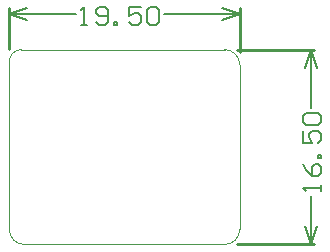
<source format=gm1>
G04*
G04 #@! TF.GenerationSoftware,Altium Limited,Altium Designer,23.11.1 (41)*
G04*
G04 Layer_Color=16711935*
%FSLAX44Y44*%
%MOMM*%
G71*
G04*
G04 #@! TF.SameCoordinates,860607A7-82FE-4F03-8345-F0151ACF9F54*
G04*
G04*
G04 #@! TF.FilePolarity,Positive*
G04*
G01*
G75*
%ADD10C,0.1000*%
%ADD21C,0.2000*%
%ADD86C,0.2540*%
%ADD87C,0.1524*%
D10*
X0Y12700D02*
G03*
X12700Y0I12700J0D01*
G01*
X182300D02*
G03*
X195000Y12700I0J12700D01*
G01*
Y152300D02*
G03*
X182300Y165000I-12700J0D01*
G01*
X10000D02*
G03*
X0Y155000I0J-10000D01*
G01*
X12700Y0D02*
X182300D01*
X195000Y12700D02*
Y152300D01*
X10000Y165000D02*
X182300D01*
X0Y12700D02*
Y155000D01*
D21*
X255000Y0D02*
Y41363D01*
Y115509D02*
Y165000D01*
Y0D02*
X260080Y15240D01*
X249920D02*
X255000Y0D01*
X249920Y149760D02*
X255000Y165000D01*
X260080Y149760D01*
X130509Y195000D02*
X195000D01*
X0D02*
X56363D01*
X179760Y200080D02*
X195000Y195000D01*
X179760Y189920D02*
X195000Y195000D01*
X0D02*
X15240Y189920D01*
X0Y195000D02*
X15240Y200080D01*
D86*
X192800Y0D02*
X257540D01*
X192800Y165000D02*
X257540D01*
X195000Y162800D02*
Y200000D01*
X0Y165500D02*
Y200000D01*
D87*
X264142Y45427D02*
Y50505D01*
Y47966D01*
X248906D01*
X251446Y45427D01*
X248906Y68279D02*
X251446Y63201D01*
X256524Y58123D01*
X261602D01*
X264142Y60662D01*
Y65740D01*
X261602Y68279D01*
X259063D01*
X256524Y65740D01*
Y58123D01*
X264142Y73358D02*
X261602D01*
Y75897D01*
X264142D01*
Y73358D01*
X248906Y96210D02*
Y86053D01*
X256524D01*
X253985Y91132D01*
Y93671D01*
X256524Y96210D01*
X261602D01*
X264142Y93671D01*
Y88593D01*
X261602Y86053D01*
X251446Y101289D02*
X248906Y103828D01*
Y108906D01*
X251446Y111445D01*
X261602D01*
X264142Y108906D01*
Y103828D01*
X261602Y101289D01*
X251446D01*
X60427Y185858D02*
X65505D01*
X62966D01*
Y201094D01*
X60427Y198554D01*
X73123Y188398D02*
X75662Y185858D01*
X80740D01*
X83279Y188398D01*
Y198554D01*
X80740Y201094D01*
X75662D01*
X73123Y198554D01*
Y196015D01*
X75662Y193476D01*
X83279D01*
X88358Y185858D02*
Y188398D01*
X90897D01*
Y185858D01*
X88358D01*
X111210Y201094D02*
X101053D01*
Y193476D01*
X106132Y196015D01*
X108671D01*
X111210Y193476D01*
Y188398D01*
X108671Y185858D01*
X103593D01*
X101053Y188398D01*
X116289Y198554D02*
X118828Y201094D01*
X123906D01*
X126445Y198554D01*
Y188398D01*
X123906Y185858D01*
X118828D01*
X116289Y188398D01*
Y198554D01*
M02*

</source>
